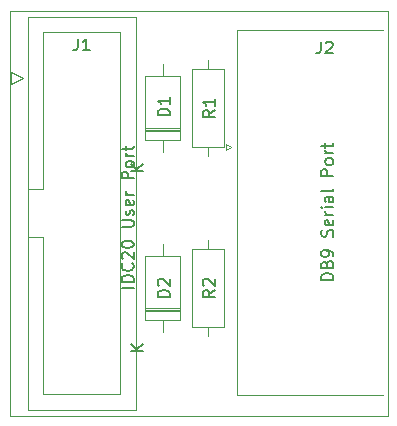
<source format=gbr>
%TF.GenerationSoftware,KiCad,Pcbnew,(5.1.7-0-10_14)*%
%TF.CreationDate,2020-10-13T23:49:25+02:00*%
%TF.ProjectId,UPURS Adapter,55505552-5320-4416-9461-707465722e6b,rev?*%
%TF.SameCoordinates,Original*%
%TF.FileFunction,Legend,Top*%
%TF.FilePolarity,Positive*%
%FSLAX46Y46*%
G04 Gerber Fmt 4.6, Leading zero omitted, Abs format (unit mm)*
G04 Created by KiCad (PCBNEW (5.1.7-0-10_14)) date 2020-10-13 23:49:25*
%MOMM*%
%LPD*%
G01*
G04 APERTURE LIST*
%TA.AperFunction,Profile*%
%ADD10C,0.050000*%
%TD*%
%ADD11C,0.120000*%
%ADD12C,0.150000*%
G04 APERTURE END LIST*
D10*
X46736000Y-79375000D02*
X46736000Y-45085000D01*
X78740000Y-79375000D02*
X46736000Y-79375000D01*
X78740000Y-45085000D02*
X78740000Y-79375000D01*
X46736000Y-45085000D02*
X78740000Y-45085000D01*
D11*
%TO.C,D1*%
X58220000Y-55280000D02*
X61160000Y-55280000D01*
X58220000Y-55040000D02*
X61160000Y-55040000D01*
X58220000Y-55160000D02*
X61160000Y-55160000D01*
X59690000Y-49600000D02*
X59690000Y-50620000D01*
X59690000Y-57080000D02*
X59690000Y-56060000D01*
X58220000Y-50620000D02*
X58220000Y-56060000D01*
X61160000Y-50620000D02*
X58220000Y-50620000D01*
X61160000Y-56060000D02*
X61160000Y-50620000D01*
X58220000Y-56060000D02*
X61160000Y-56060000D01*
%TO.C,D2*%
X58220000Y-71300000D02*
X61160000Y-71300000D01*
X61160000Y-71300000D02*
X61160000Y-65860000D01*
X61160000Y-65860000D02*
X58220000Y-65860000D01*
X58220000Y-65860000D02*
X58220000Y-71300000D01*
X59690000Y-72320000D02*
X59690000Y-71300000D01*
X59690000Y-64840000D02*
X59690000Y-65860000D01*
X58220000Y-70400000D02*
X61160000Y-70400000D01*
X58220000Y-70280000D02*
X61160000Y-70280000D01*
X58220000Y-70520000D02*
X61160000Y-70520000D01*
%TO.C,J1*%
X46882000Y-51300000D02*
X47882000Y-50800000D01*
X46882000Y-50300000D02*
X46882000Y-51300000D01*
X47882000Y-50800000D02*
X46882000Y-50300000D01*
X49582000Y-64280000D02*
X48272000Y-64280000D01*
X49582000Y-64280000D02*
X49582000Y-64280000D01*
X49582000Y-77570000D02*
X49582000Y-64280000D01*
X56082000Y-77570000D02*
X49582000Y-77570000D01*
X56082000Y-46890000D02*
X56082000Y-77570000D01*
X49582000Y-46890000D02*
X56082000Y-46890000D01*
X49582000Y-60180000D02*
X49582000Y-46890000D01*
X48272000Y-60180000D02*
X49582000Y-60180000D01*
X48272000Y-78870000D02*
X48272000Y-45590000D01*
X57392000Y-78870000D02*
X48272000Y-78870000D01*
X57392000Y-45590000D02*
X57392000Y-78870000D01*
X48272000Y-45590000D02*
X57392000Y-45590000D01*
%TO.C,J2*%
X65496675Y-56642000D02*
X65063662Y-56892000D01*
X65063662Y-56392000D02*
X65496675Y-56642000D01*
X65063662Y-56892000D02*
X65063662Y-56392000D01*
X65958000Y-46697000D02*
X78298000Y-46697000D01*
X65958000Y-77667000D02*
X65958000Y-46697000D01*
X78298000Y-77667000D02*
X65958000Y-77667000D01*
%TO.C,R1*%
X64870000Y-50070000D02*
X62130000Y-50070000D01*
X62130000Y-50070000D02*
X62130000Y-56610000D01*
X62130000Y-56610000D02*
X64870000Y-56610000D01*
X64870000Y-56610000D02*
X64870000Y-50070000D01*
X63500000Y-49300000D02*
X63500000Y-50070000D01*
X63500000Y-57380000D02*
X63500000Y-56610000D01*
%TO.C,R2*%
X63500000Y-72620000D02*
X63500000Y-71850000D01*
X63500000Y-64540000D02*
X63500000Y-65310000D01*
X64870000Y-71850000D02*
X64870000Y-65310000D01*
X62130000Y-71850000D02*
X64870000Y-71850000D01*
X62130000Y-65310000D02*
X62130000Y-71850000D01*
X64870000Y-65310000D02*
X62130000Y-65310000D01*
%TD*%
%TO.C,D1*%
D12*
X60269380Y-53951095D02*
X59269380Y-53951095D01*
X59269380Y-53713000D01*
X59317000Y-53570142D01*
X59412238Y-53474904D01*
X59507476Y-53427285D01*
X59697952Y-53379666D01*
X59840809Y-53379666D01*
X60031285Y-53427285D01*
X60126523Y-53474904D01*
X60221761Y-53570142D01*
X60269380Y-53713000D01*
X60269380Y-53951095D01*
X60269380Y-52427285D02*
X60269380Y-52998714D01*
X60269380Y-52713000D02*
X59269380Y-52713000D01*
X59412238Y-52808238D01*
X59507476Y-52903476D01*
X59555095Y-52998714D01*
X58042380Y-58681904D02*
X57042380Y-58681904D01*
X58042380Y-58110476D02*
X57470952Y-58539047D01*
X57042380Y-58110476D02*
X57613809Y-58681904D01*
%TO.C,D2*%
X60269380Y-69318095D02*
X59269380Y-69318095D01*
X59269380Y-69080000D01*
X59317000Y-68937142D01*
X59412238Y-68841904D01*
X59507476Y-68794285D01*
X59697952Y-68746666D01*
X59840809Y-68746666D01*
X60031285Y-68794285D01*
X60126523Y-68841904D01*
X60221761Y-68937142D01*
X60269380Y-69080000D01*
X60269380Y-69318095D01*
X59364619Y-68365714D02*
X59317000Y-68318095D01*
X59269380Y-68222857D01*
X59269380Y-67984761D01*
X59317000Y-67889523D01*
X59364619Y-67841904D01*
X59459857Y-67794285D01*
X59555095Y-67794285D01*
X59697952Y-67841904D01*
X60269380Y-68413333D01*
X60269380Y-67794285D01*
X58042380Y-73921904D02*
X57042380Y-73921904D01*
X58042380Y-73350476D02*
X57470952Y-73779047D01*
X57042380Y-73350476D02*
X57613809Y-73921904D01*
%TO.C,J1*%
X52498666Y-47458380D02*
X52498666Y-48172666D01*
X52451047Y-48315523D01*
X52355809Y-48410761D01*
X52212952Y-48458380D01*
X52117714Y-48458380D01*
X53498666Y-48458380D02*
X52927238Y-48458380D01*
X53212952Y-48458380D02*
X53212952Y-47458380D01*
X53117714Y-47601238D01*
X53022476Y-47696476D01*
X52927238Y-47744095D01*
X57221380Y-68539571D02*
X56221380Y-68539571D01*
X57221380Y-68063380D02*
X56221380Y-68063380D01*
X56221380Y-67825285D01*
X56269000Y-67682428D01*
X56364238Y-67587190D01*
X56459476Y-67539571D01*
X56649952Y-67491952D01*
X56792809Y-67491952D01*
X56983285Y-67539571D01*
X57078523Y-67587190D01*
X57173761Y-67682428D01*
X57221380Y-67825285D01*
X57221380Y-68063380D01*
X57126142Y-66491952D02*
X57173761Y-66539571D01*
X57221380Y-66682428D01*
X57221380Y-66777666D01*
X57173761Y-66920523D01*
X57078523Y-67015761D01*
X56983285Y-67063380D01*
X56792809Y-67111000D01*
X56649952Y-67111000D01*
X56459476Y-67063380D01*
X56364238Y-67015761D01*
X56269000Y-66920523D01*
X56221380Y-66777666D01*
X56221380Y-66682428D01*
X56269000Y-66539571D01*
X56316619Y-66491952D01*
X56316619Y-66111000D02*
X56269000Y-66063380D01*
X56221380Y-65968142D01*
X56221380Y-65730047D01*
X56269000Y-65634809D01*
X56316619Y-65587190D01*
X56411857Y-65539571D01*
X56507095Y-65539571D01*
X56649952Y-65587190D01*
X57221380Y-66158619D01*
X57221380Y-65539571D01*
X56221380Y-64920523D02*
X56221380Y-64825285D01*
X56269000Y-64730047D01*
X56316619Y-64682428D01*
X56411857Y-64634809D01*
X56602333Y-64587190D01*
X56840428Y-64587190D01*
X57030904Y-64634809D01*
X57126142Y-64682428D01*
X57173761Y-64730047D01*
X57221380Y-64825285D01*
X57221380Y-64920523D01*
X57173761Y-65015761D01*
X57126142Y-65063380D01*
X57030904Y-65111000D01*
X56840428Y-65158619D01*
X56602333Y-65158619D01*
X56411857Y-65111000D01*
X56316619Y-65063380D01*
X56269000Y-65015761D01*
X56221380Y-64920523D01*
X56221380Y-63396714D02*
X57030904Y-63396714D01*
X57126142Y-63349095D01*
X57173761Y-63301476D01*
X57221380Y-63206238D01*
X57221380Y-63015761D01*
X57173761Y-62920523D01*
X57126142Y-62872904D01*
X57030904Y-62825285D01*
X56221380Y-62825285D01*
X57173761Y-62396714D02*
X57221380Y-62301476D01*
X57221380Y-62111000D01*
X57173761Y-62015761D01*
X57078523Y-61968142D01*
X57030904Y-61968142D01*
X56935666Y-62015761D01*
X56888047Y-62111000D01*
X56888047Y-62253857D01*
X56840428Y-62349095D01*
X56745190Y-62396714D01*
X56697571Y-62396714D01*
X56602333Y-62349095D01*
X56554714Y-62253857D01*
X56554714Y-62111000D01*
X56602333Y-62015761D01*
X57173761Y-61158619D02*
X57221380Y-61253857D01*
X57221380Y-61444333D01*
X57173761Y-61539571D01*
X57078523Y-61587190D01*
X56697571Y-61587190D01*
X56602333Y-61539571D01*
X56554714Y-61444333D01*
X56554714Y-61253857D01*
X56602333Y-61158619D01*
X56697571Y-61111000D01*
X56792809Y-61111000D01*
X56888047Y-61587190D01*
X57221380Y-60682428D02*
X56554714Y-60682428D01*
X56745190Y-60682428D02*
X56649952Y-60634809D01*
X56602333Y-60587190D01*
X56554714Y-60491952D01*
X56554714Y-60396714D01*
X57221380Y-59301476D02*
X56221380Y-59301476D01*
X56221380Y-58920523D01*
X56269000Y-58825285D01*
X56316619Y-58777666D01*
X56411857Y-58730047D01*
X56554714Y-58730047D01*
X56649952Y-58777666D01*
X56697571Y-58825285D01*
X56745190Y-58920523D01*
X56745190Y-59301476D01*
X57221380Y-58158619D02*
X57173761Y-58253857D01*
X57126142Y-58301476D01*
X57030904Y-58349095D01*
X56745190Y-58349095D01*
X56649952Y-58301476D01*
X56602333Y-58253857D01*
X56554714Y-58158619D01*
X56554714Y-58015761D01*
X56602333Y-57920523D01*
X56649952Y-57872904D01*
X56745190Y-57825285D01*
X57030904Y-57825285D01*
X57126142Y-57872904D01*
X57173761Y-57920523D01*
X57221380Y-58015761D01*
X57221380Y-58158619D01*
X57221380Y-57396714D02*
X56554714Y-57396714D01*
X56745190Y-57396714D02*
X56649952Y-57349095D01*
X56602333Y-57301476D01*
X56554714Y-57206238D01*
X56554714Y-57111000D01*
X56554714Y-56920523D02*
X56554714Y-56539571D01*
X56221380Y-56777666D02*
X57078523Y-56777666D01*
X57173761Y-56730047D01*
X57221380Y-56634809D01*
X57221380Y-56539571D01*
%TO.C,J2*%
X73072666Y-47712380D02*
X73072666Y-48426666D01*
X73025047Y-48569523D01*
X72929809Y-48664761D01*
X72786952Y-48712380D01*
X72691714Y-48712380D01*
X73501238Y-47807619D02*
X73548857Y-47760000D01*
X73644095Y-47712380D01*
X73882190Y-47712380D01*
X73977428Y-47760000D01*
X74025047Y-47807619D01*
X74072666Y-47902857D01*
X74072666Y-47998095D01*
X74025047Y-48140952D01*
X73453619Y-48712380D01*
X74072666Y-48712380D01*
X74112380Y-67896285D02*
X73112380Y-67896285D01*
X73112380Y-67658190D01*
X73160000Y-67515333D01*
X73255238Y-67420095D01*
X73350476Y-67372476D01*
X73540952Y-67324857D01*
X73683809Y-67324857D01*
X73874285Y-67372476D01*
X73969523Y-67420095D01*
X74064761Y-67515333D01*
X74112380Y-67658190D01*
X74112380Y-67896285D01*
X73588571Y-66562952D02*
X73636190Y-66420095D01*
X73683809Y-66372476D01*
X73779047Y-66324857D01*
X73921904Y-66324857D01*
X74017142Y-66372476D01*
X74064761Y-66420095D01*
X74112380Y-66515333D01*
X74112380Y-66896285D01*
X73112380Y-66896285D01*
X73112380Y-66562952D01*
X73160000Y-66467714D01*
X73207619Y-66420095D01*
X73302857Y-66372476D01*
X73398095Y-66372476D01*
X73493333Y-66420095D01*
X73540952Y-66467714D01*
X73588571Y-66562952D01*
X73588571Y-66896285D01*
X74112380Y-65848666D02*
X74112380Y-65658190D01*
X74064761Y-65562952D01*
X74017142Y-65515333D01*
X73874285Y-65420095D01*
X73683809Y-65372476D01*
X73302857Y-65372476D01*
X73207619Y-65420095D01*
X73160000Y-65467714D01*
X73112380Y-65562952D01*
X73112380Y-65753428D01*
X73160000Y-65848666D01*
X73207619Y-65896285D01*
X73302857Y-65943904D01*
X73540952Y-65943904D01*
X73636190Y-65896285D01*
X73683809Y-65848666D01*
X73731428Y-65753428D01*
X73731428Y-65562952D01*
X73683809Y-65467714D01*
X73636190Y-65420095D01*
X73540952Y-65372476D01*
X74064761Y-64229619D02*
X74112380Y-64086761D01*
X74112380Y-63848666D01*
X74064761Y-63753428D01*
X74017142Y-63705809D01*
X73921904Y-63658190D01*
X73826666Y-63658190D01*
X73731428Y-63705809D01*
X73683809Y-63753428D01*
X73636190Y-63848666D01*
X73588571Y-64039142D01*
X73540952Y-64134380D01*
X73493333Y-64182000D01*
X73398095Y-64229619D01*
X73302857Y-64229619D01*
X73207619Y-64182000D01*
X73160000Y-64134380D01*
X73112380Y-64039142D01*
X73112380Y-63801047D01*
X73160000Y-63658190D01*
X74064761Y-62848666D02*
X74112380Y-62943904D01*
X74112380Y-63134380D01*
X74064761Y-63229619D01*
X73969523Y-63277238D01*
X73588571Y-63277238D01*
X73493333Y-63229619D01*
X73445714Y-63134380D01*
X73445714Y-62943904D01*
X73493333Y-62848666D01*
X73588571Y-62801047D01*
X73683809Y-62801047D01*
X73779047Y-63277238D01*
X74112380Y-62372476D02*
X73445714Y-62372476D01*
X73636190Y-62372476D02*
X73540952Y-62324857D01*
X73493333Y-62277238D01*
X73445714Y-62182000D01*
X73445714Y-62086761D01*
X74112380Y-61753428D02*
X73445714Y-61753428D01*
X73112380Y-61753428D02*
X73160000Y-61801047D01*
X73207619Y-61753428D01*
X73160000Y-61705809D01*
X73112380Y-61753428D01*
X73207619Y-61753428D01*
X74112380Y-60848666D02*
X73588571Y-60848666D01*
X73493333Y-60896285D01*
X73445714Y-60991523D01*
X73445714Y-61182000D01*
X73493333Y-61277238D01*
X74064761Y-60848666D02*
X74112380Y-60943904D01*
X74112380Y-61182000D01*
X74064761Y-61277238D01*
X73969523Y-61324857D01*
X73874285Y-61324857D01*
X73779047Y-61277238D01*
X73731428Y-61182000D01*
X73731428Y-60943904D01*
X73683809Y-60848666D01*
X74112380Y-60229619D02*
X74064761Y-60324857D01*
X73969523Y-60372476D01*
X73112380Y-60372476D01*
X74112380Y-59086761D02*
X73112380Y-59086761D01*
X73112380Y-58705809D01*
X73160000Y-58610571D01*
X73207619Y-58562952D01*
X73302857Y-58515333D01*
X73445714Y-58515333D01*
X73540952Y-58562952D01*
X73588571Y-58610571D01*
X73636190Y-58705809D01*
X73636190Y-59086761D01*
X74112380Y-57943904D02*
X74064761Y-58039142D01*
X74017142Y-58086761D01*
X73921904Y-58134380D01*
X73636190Y-58134380D01*
X73540952Y-58086761D01*
X73493333Y-58039142D01*
X73445714Y-57943904D01*
X73445714Y-57801047D01*
X73493333Y-57705809D01*
X73540952Y-57658190D01*
X73636190Y-57610571D01*
X73921904Y-57610571D01*
X74017142Y-57658190D01*
X74064761Y-57705809D01*
X74112380Y-57801047D01*
X74112380Y-57943904D01*
X74112380Y-57182000D02*
X73445714Y-57182000D01*
X73636190Y-57182000D02*
X73540952Y-57134380D01*
X73493333Y-57086761D01*
X73445714Y-56991523D01*
X73445714Y-56896285D01*
X73445714Y-56705809D02*
X73445714Y-56324857D01*
X73112380Y-56562952D02*
X73969523Y-56562952D01*
X74064761Y-56515333D01*
X74112380Y-56420095D01*
X74112380Y-56324857D01*
%TO.C,R1*%
X64079380Y-53506666D02*
X63603190Y-53840000D01*
X64079380Y-54078095D02*
X63079380Y-54078095D01*
X63079380Y-53697142D01*
X63127000Y-53601904D01*
X63174619Y-53554285D01*
X63269857Y-53506666D01*
X63412714Y-53506666D01*
X63507952Y-53554285D01*
X63555571Y-53601904D01*
X63603190Y-53697142D01*
X63603190Y-54078095D01*
X64079380Y-52554285D02*
X64079380Y-53125714D01*
X64079380Y-52840000D02*
X63079380Y-52840000D01*
X63222238Y-52935238D01*
X63317476Y-53030476D01*
X63365095Y-53125714D01*
%TO.C,R2*%
X64079380Y-68746666D02*
X63603190Y-69080000D01*
X64079380Y-69318095D02*
X63079380Y-69318095D01*
X63079380Y-68937142D01*
X63127000Y-68841904D01*
X63174619Y-68794285D01*
X63269857Y-68746666D01*
X63412714Y-68746666D01*
X63507952Y-68794285D01*
X63555571Y-68841904D01*
X63603190Y-68937142D01*
X63603190Y-69318095D01*
X63174619Y-68365714D02*
X63127000Y-68318095D01*
X63079380Y-68222857D01*
X63079380Y-67984761D01*
X63127000Y-67889523D01*
X63174619Y-67841904D01*
X63269857Y-67794285D01*
X63365095Y-67794285D01*
X63507952Y-67841904D01*
X64079380Y-68413333D01*
X64079380Y-67794285D01*
%TD*%
M02*

</source>
